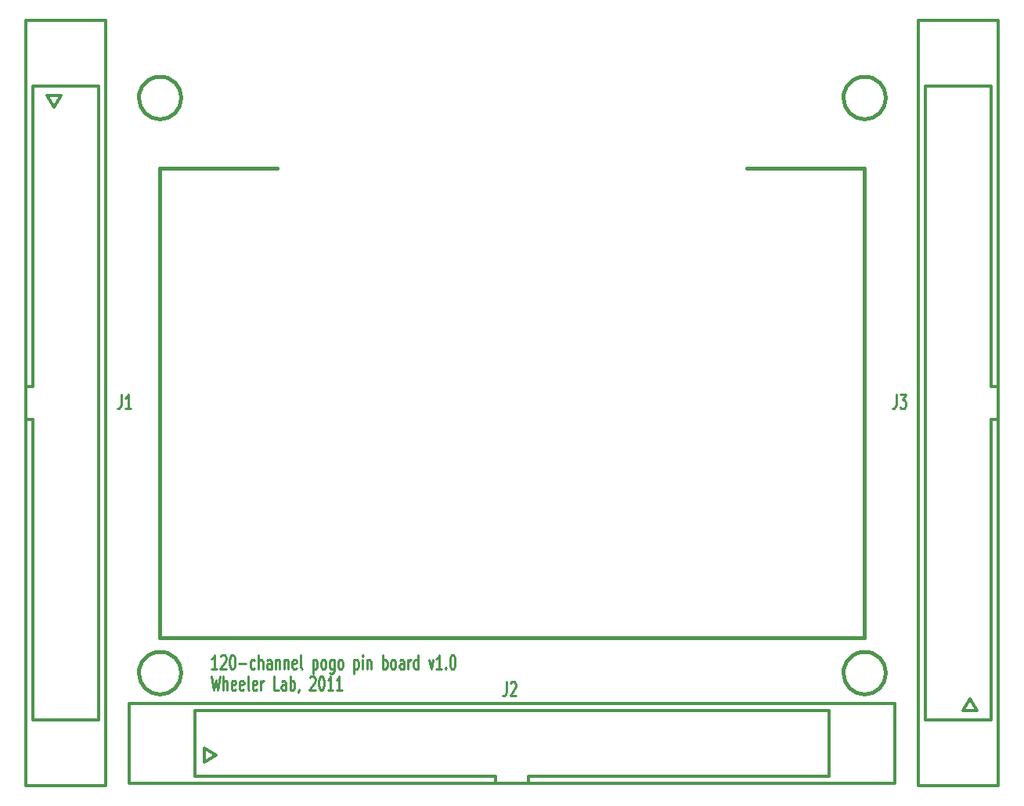
<source format=gto>
G04 (created by PCBNEW-RS274X (2011-04-29 BZR 2986)-stable) date 11/21/2011 11:54:47 AM*
G01*
G70*
G90*
%MOIN*%
G04 Gerber Fmt 3.4, Leading zero omitted, Abs format*
%FSLAX34Y34*%
G04 APERTURE LIST*
%ADD10C,0.006000*%
%ADD11C,0.010000*%
%ADD12C,0.015000*%
%ADD13C,0.012000*%
G04 APERTURE END LIST*
G54D10*
G54D11*
X15218Y-37643D02*
X15313Y-38243D01*
X15390Y-37814D01*
X15466Y-38243D01*
X15561Y-37643D01*
X15713Y-38243D02*
X15713Y-37643D01*
X15885Y-38243D02*
X15885Y-37929D01*
X15866Y-37871D01*
X15828Y-37843D01*
X15770Y-37843D01*
X15732Y-37871D01*
X15713Y-37900D01*
X16228Y-38214D02*
X16190Y-38243D01*
X16113Y-38243D01*
X16075Y-38214D01*
X16056Y-38157D01*
X16056Y-37929D01*
X16075Y-37871D01*
X16113Y-37843D01*
X16190Y-37843D01*
X16228Y-37871D01*
X16247Y-37929D01*
X16247Y-37986D01*
X16056Y-38043D01*
X16571Y-38214D02*
X16533Y-38243D01*
X16456Y-38243D01*
X16418Y-38214D01*
X16399Y-38157D01*
X16399Y-37929D01*
X16418Y-37871D01*
X16456Y-37843D01*
X16533Y-37843D01*
X16571Y-37871D01*
X16590Y-37929D01*
X16590Y-37986D01*
X16399Y-38043D01*
X16818Y-38243D02*
X16780Y-38214D01*
X16761Y-38157D01*
X16761Y-37643D01*
X17124Y-38214D02*
X17086Y-38243D01*
X17009Y-38243D01*
X16971Y-38214D01*
X16952Y-38157D01*
X16952Y-37929D01*
X16971Y-37871D01*
X17009Y-37843D01*
X17086Y-37843D01*
X17124Y-37871D01*
X17143Y-37929D01*
X17143Y-37986D01*
X16952Y-38043D01*
X17314Y-38243D02*
X17314Y-37843D01*
X17314Y-37957D02*
X17333Y-37900D01*
X17352Y-37871D01*
X17390Y-37843D01*
X17429Y-37843D01*
X18058Y-38243D02*
X17867Y-38243D01*
X17867Y-37643D01*
X18363Y-38243D02*
X18363Y-37929D01*
X18344Y-37871D01*
X18306Y-37843D01*
X18229Y-37843D01*
X18191Y-37871D01*
X18363Y-38214D02*
X18325Y-38243D01*
X18229Y-38243D01*
X18191Y-38214D01*
X18172Y-38157D01*
X18172Y-38100D01*
X18191Y-38043D01*
X18229Y-38014D01*
X18325Y-38014D01*
X18363Y-37986D01*
X18553Y-38243D02*
X18553Y-37643D01*
X18553Y-37871D02*
X18591Y-37843D01*
X18668Y-37843D01*
X18706Y-37871D01*
X18725Y-37900D01*
X18744Y-37957D01*
X18744Y-38129D01*
X18725Y-38186D01*
X18706Y-38214D01*
X18668Y-38243D01*
X18591Y-38243D01*
X18553Y-38214D01*
X18934Y-38214D02*
X18934Y-38243D01*
X18915Y-38300D01*
X18896Y-38329D01*
X19391Y-37700D02*
X19410Y-37671D01*
X19448Y-37643D01*
X19544Y-37643D01*
X19582Y-37671D01*
X19601Y-37700D01*
X19620Y-37757D01*
X19620Y-37814D01*
X19601Y-37900D01*
X19372Y-38243D01*
X19620Y-38243D01*
X19867Y-37643D02*
X19906Y-37643D01*
X19944Y-37671D01*
X19963Y-37700D01*
X19982Y-37757D01*
X20001Y-37871D01*
X20001Y-38014D01*
X19982Y-38129D01*
X19963Y-38186D01*
X19944Y-38214D01*
X19906Y-38243D01*
X19867Y-38243D01*
X19829Y-38214D01*
X19810Y-38186D01*
X19791Y-38129D01*
X19772Y-38014D01*
X19772Y-37871D01*
X19791Y-37757D01*
X19810Y-37700D01*
X19829Y-37671D01*
X19867Y-37643D01*
X20382Y-38243D02*
X20153Y-38243D01*
X20267Y-38243D02*
X20267Y-37643D01*
X20229Y-37729D01*
X20191Y-37786D01*
X20153Y-37814D01*
X20763Y-38243D02*
X20534Y-38243D01*
X20648Y-38243D02*
X20648Y-37643D01*
X20610Y-37729D01*
X20572Y-37786D01*
X20534Y-37814D01*
X15447Y-37343D02*
X15218Y-37343D01*
X15332Y-37343D02*
X15332Y-36743D01*
X15294Y-36829D01*
X15256Y-36886D01*
X15218Y-36914D01*
X15599Y-36800D02*
X15618Y-36771D01*
X15656Y-36743D01*
X15752Y-36743D01*
X15790Y-36771D01*
X15809Y-36800D01*
X15828Y-36857D01*
X15828Y-36914D01*
X15809Y-37000D01*
X15580Y-37343D01*
X15828Y-37343D01*
X16075Y-36743D02*
X16114Y-36743D01*
X16152Y-36771D01*
X16171Y-36800D01*
X16190Y-36857D01*
X16209Y-36971D01*
X16209Y-37114D01*
X16190Y-37229D01*
X16171Y-37286D01*
X16152Y-37314D01*
X16114Y-37343D01*
X16075Y-37343D01*
X16037Y-37314D01*
X16018Y-37286D01*
X15999Y-37229D01*
X15980Y-37114D01*
X15980Y-36971D01*
X15999Y-36857D01*
X16018Y-36800D01*
X16037Y-36771D01*
X16075Y-36743D01*
X16380Y-37114D02*
X16685Y-37114D01*
X17047Y-37314D02*
X17009Y-37343D01*
X16932Y-37343D01*
X16894Y-37314D01*
X16875Y-37286D01*
X16856Y-37229D01*
X16856Y-37057D01*
X16875Y-37000D01*
X16894Y-36971D01*
X16932Y-36943D01*
X17009Y-36943D01*
X17047Y-36971D01*
X17218Y-37343D02*
X17218Y-36743D01*
X17390Y-37343D02*
X17390Y-37029D01*
X17371Y-36971D01*
X17333Y-36943D01*
X17275Y-36943D01*
X17237Y-36971D01*
X17218Y-37000D01*
X17752Y-37343D02*
X17752Y-37029D01*
X17733Y-36971D01*
X17695Y-36943D01*
X17618Y-36943D01*
X17580Y-36971D01*
X17752Y-37314D02*
X17714Y-37343D01*
X17618Y-37343D01*
X17580Y-37314D01*
X17561Y-37257D01*
X17561Y-37200D01*
X17580Y-37143D01*
X17618Y-37114D01*
X17714Y-37114D01*
X17752Y-37086D01*
X17942Y-36943D02*
X17942Y-37343D01*
X17942Y-37000D02*
X17961Y-36971D01*
X17999Y-36943D01*
X18057Y-36943D01*
X18095Y-36971D01*
X18114Y-37029D01*
X18114Y-37343D01*
X18304Y-36943D02*
X18304Y-37343D01*
X18304Y-37000D02*
X18323Y-36971D01*
X18361Y-36943D01*
X18419Y-36943D01*
X18457Y-36971D01*
X18476Y-37029D01*
X18476Y-37343D01*
X18819Y-37314D02*
X18781Y-37343D01*
X18704Y-37343D01*
X18666Y-37314D01*
X18647Y-37257D01*
X18647Y-37029D01*
X18666Y-36971D01*
X18704Y-36943D01*
X18781Y-36943D01*
X18819Y-36971D01*
X18838Y-37029D01*
X18838Y-37086D01*
X18647Y-37143D01*
X19066Y-37343D02*
X19028Y-37314D01*
X19009Y-37257D01*
X19009Y-36743D01*
X19524Y-36943D02*
X19524Y-37543D01*
X19524Y-36971D02*
X19562Y-36943D01*
X19639Y-36943D01*
X19677Y-36971D01*
X19696Y-37000D01*
X19715Y-37057D01*
X19715Y-37229D01*
X19696Y-37286D01*
X19677Y-37314D01*
X19639Y-37343D01*
X19562Y-37343D01*
X19524Y-37314D01*
X19943Y-37343D02*
X19905Y-37314D01*
X19886Y-37286D01*
X19867Y-37229D01*
X19867Y-37057D01*
X19886Y-37000D01*
X19905Y-36971D01*
X19943Y-36943D01*
X20001Y-36943D01*
X20039Y-36971D01*
X20058Y-37000D01*
X20077Y-37057D01*
X20077Y-37229D01*
X20058Y-37286D01*
X20039Y-37314D01*
X20001Y-37343D01*
X19943Y-37343D01*
X20420Y-36943D02*
X20420Y-37429D01*
X20401Y-37486D01*
X20382Y-37514D01*
X20343Y-37543D01*
X20286Y-37543D01*
X20248Y-37514D01*
X20420Y-37314D02*
X20382Y-37343D01*
X20305Y-37343D01*
X20267Y-37314D01*
X20248Y-37286D01*
X20229Y-37229D01*
X20229Y-37057D01*
X20248Y-37000D01*
X20267Y-36971D01*
X20305Y-36943D01*
X20382Y-36943D01*
X20420Y-36971D01*
X20667Y-37343D02*
X20629Y-37314D01*
X20610Y-37286D01*
X20591Y-37229D01*
X20591Y-37057D01*
X20610Y-37000D01*
X20629Y-36971D01*
X20667Y-36943D01*
X20725Y-36943D01*
X20763Y-36971D01*
X20782Y-37000D01*
X20801Y-37057D01*
X20801Y-37229D01*
X20782Y-37286D01*
X20763Y-37314D01*
X20725Y-37343D01*
X20667Y-37343D01*
X21277Y-36943D02*
X21277Y-37543D01*
X21277Y-36971D02*
X21315Y-36943D01*
X21392Y-36943D01*
X21430Y-36971D01*
X21449Y-37000D01*
X21468Y-37057D01*
X21468Y-37229D01*
X21449Y-37286D01*
X21430Y-37314D01*
X21392Y-37343D01*
X21315Y-37343D01*
X21277Y-37314D01*
X21639Y-37343D02*
X21639Y-36943D01*
X21639Y-36743D02*
X21620Y-36771D01*
X21639Y-36800D01*
X21658Y-36771D01*
X21639Y-36743D01*
X21639Y-36800D01*
X21829Y-36943D02*
X21829Y-37343D01*
X21829Y-37000D02*
X21848Y-36971D01*
X21886Y-36943D01*
X21944Y-36943D01*
X21982Y-36971D01*
X22001Y-37029D01*
X22001Y-37343D01*
X22496Y-37343D02*
X22496Y-36743D01*
X22496Y-36971D02*
X22534Y-36943D01*
X22611Y-36943D01*
X22649Y-36971D01*
X22668Y-37000D01*
X22687Y-37057D01*
X22687Y-37229D01*
X22668Y-37286D01*
X22649Y-37314D01*
X22611Y-37343D01*
X22534Y-37343D01*
X22496Y-37314D01*
X22915Y-37343D02*
X22877Y-37314D01*
X22858Y-37286D01*
X22839Y-37229D01*
X22839Y-37057D01*
X22858Y-37000D01*
X22877Y-36971D01*
X22915Y-36943D01*
X22973Y-36943D01*
X23011Y-36971D01*
X23030Y-37000D01*
X23049Y-37057D01*
X23049Y-37229D01*
X23030Y-37286D01*
X23011Y-37314D01*
X22973Y-37343D01*
X22915Y-37343D01*
X23392Y-37343D02*
X23392Y-37029D01*
X23373Y-36971D01*
X23335Y-36943D01*
X23258Y-36943D01*
X23220Y-36971D01*
X23392Y-37314D02*
X23354Y-37343D01*
X23258Y-37343D01*
X23220Y-37314D01*
X23201Y-37257D01*
X23201Y-37200D01*
X23220Y-37143D01*
X23258Y-37114D01*
X23354Y-37114D01*
X23392Y-37086D01*
X23582Y-37343D02*
X23582Y-36943D01*
X23582Y-37057D02*
X23601Y-37000D01*
X23620Y-36971D01*
X23658Y-36943D01*
X23697Y-36943D01*
X24002Y-37343D02*
X24002Y-36743D01*
X24002Y-37314D02*
X23964Y-37343D01*
X23887Y-37343D01*
X23849Y-37314D01*
X23830Y-37286D01*
X23811Y-37229D01*
X23811Y-37057D01*
X23830Y-37000D01*
X23849Y-36971D01*
X23887Y-36943D01*
X23964Y-36943D01*
X24002Y-36971D01*
X24459Y-36943D02*
X24554Y-37343D01*
X24650Y-36943D01*
X25012Y-37343D02*
X24783Y-37343D01*
X24897Y-37343D02*
X24897Y-36743D01*
X24859Y-36829D01*
X24821Y-36886D01*
X24783Y-36914D01*
X25183Y-37286D02*
X25202Y-37314D01*
X25183Y-37343D01*
X25164Y-37314D01*
X25183Y-37286D01*
X25183Y-37343D01*
X25449Y-36743D02*
X25488Y-36743D01*
X25526Y-36771D01*
X25545Y-36800D01*
X25564Y-36857D01*
X25583Y-36971D01*
X25583Y-37114D01*
X25564Y-37229D01*
X25545Y-37286D01*
X25526Y-37314D01*
X25488Y-37343D01*
X25449Y-37343D01*
X25411Y-37314D01*
X25392Y-37286D01*
X25373Y-37229D01*
X25354Y-37114D01*
X25354Y-36971D01*
X25373Y-36857D01*
X25392Y-36800D01*
X25411Y-36771D01*
X25449Y-36743D01*
G54D12*
X38000Y-16000D02*
X43000Y-16000D01*
X13000Y-16000D02*
X18000Y-16000D01*
X13000Y-36000D02*
X13000Y-16000D01*
X43000Y-36000D02*
X13000Y-36000D01*
X43000Y-16000D02*
X43000Y-36000D01*
X13900Y-37500D02*
X13882Y-37674D01*
X13832Y-37842D01*
X13749Y-37998D01*
X13638Y-38134D01*
X13503Y-38246D01*
X13348Y-38329D01*
X13180Y-38381D01*
X13006Y-38399D01*
X12832Y-38384D01*
X12663Y-38334D01*
X12508Y-38253D01*
X12371Y-38143D01*
X12258Y-38008D01*
X12173Y-37854D01*
X12120Y-37687D01*
X12101Y-37512D01*
X12115Y-37338D01*
X12164Y-37169D01*
X12244Y-37013D01*
X12353Y-36875D01*
X12487Y-36761D01*
X12640Y-36676D01*
X12807Y-36621D01*
X12982Y-36601D01*
X13156Y-36614D01*
X13325Y-36661D01*
X13482Y-36741D01*
X13620Y-36849D01*
X13735Y-36982D01*
X13822Y-37134D01*
X13877Y-37301D01*
X13899Y-37475D01*
X13900Y-37500D01*
X43900Y-37500D02*
X43882Y-37674D01*
X43832Y-37842D01*
X43749Y-37998D01*
X43638Y-38134D01*
X43503Y-38246D01*
X43348Y-38329D01*
X43180Y-38381D01*
X43006Y-38399D01*
X42832Y-38384D01*
X42663Y-38334D01*
X42508Y-38253D01*
X42371Y-38143D01*
X42258Y-38008D01*
X42173Y-37854D01*
X42120Y-37687D01*
X42101Y-37512D01*
X42115Y-37338D01*
X42164Y-37169D01*
X42244Y-37013D01*
X42353Y-36875D01*
X42487Y-36761D01*
X42640Y-36676D01*
X42807Y-36621D01*
X42982Y-36601D01*
X43156Y-36614D01*
X43325Y-36661D01*
X43482Y-36741D01*
X43620Y-36849D01*
X43735Y-36982D01*
X43822Y-37134D01*
X43877Y-37301D01*
X43899Y-37475D01*
X43900Y-37500D01*
X13900Y-13000D02*
X13882Y-13174D01*
X13832Y-13342D01*
X13749Y-13498D01*
X13638Y-13634D01*
X13503Y-13746D01*
X13348Y-13829D01*
X13180Y-13881D01*
X13006Y-13899D01*
X12832Y-13884D01*
X12663Y-13834D01*
X12508Y-13753D01*
X12371Y-13643D01*
X12258Y-13508D01*
X12173Y-13354D01*
X12120Y-13187D01*
X12101Y-13012D01*
X12115Y-12838D01*
X12164Y-12669D01*
X12244Y-12513D01*
X12353Y-12375D01*
X12487Y-12261D01*
X12640Y-12176D01*
X12807Y-12121D01*
X12982Y-12101D01*
X13156Y-12114D01*
X13325Y-12161D01*
X13482Y-12241D01*
X13620Y-12349D01*
X13735Y-12482D01*
X13822Y-12634D01*
X13877Y-12801D01*
X13899Y-12975D01*
X13900Y-13000D01*
G54D13*
X08500Y-13400D02*
X08800Y-12900D01*
X08800Y-12900D02*
X08200Y-12900D01*
X08200Y-12900D02*
X08500Y-13400D01*
X10700Y-09700D02*
X07300Y-09700D01*
X07300Y-09700D02*
X07300Y-42300D01*
X07300Y-42300D02*
X10700Y-42300D01*
X10700Y-42300D02*
X10700Y-09700D01*
X07300Y-25300D02*
X07600Y-25300D01*
X07600Y-25300D02*
X07600Y-12500D01*
X07600Y-12500D02*
X10400Y-12500D01*
X10400Y-12500D02*
X10400Y-39500D01*
X10400Y-39500D02*
X07600Y-39500D01*
X07600Y-39500D02*
X07600Y-26700D01*
X07600Y-26700D02*
X07300Y-26700D01*
X15400Y-41000D02*
X14900Y-40700D01*
X14900Y-40700D02*
X14900Y-41300D01*
X14900Y-41300D02*
X15400Y-41000D01*
X11700Y-38800D02*
X11700Y-42200D01*
X11700Y-42200D02*
X44300Y-42200D01*
X44300Y-42200D02*
X44300Y-38800D01*
X44300Y-38800D02*
X11700Y-38800D01*
X27300Y-42200D02*
X27300Y-41900D01*
X27300Y-41900D02*
X14500Y-41900D01*
X14500Y-41900D02*
X14500Y-39100D01*
X14500Y-39100D02*
X41500Y-39100D01*
X41500Y-39100D02*
X41500Y-41900D01*
X41500Y-41900D02*
X28700Y-41900D01*
X28700Y-41900D02*
X28700Y-42200D01*
X47500Y-38600D02*
X47200Y-39100D01*
X47200Y-39100D02*
X47800Y-39100D01*
X47800Y-39100D02*
X47500Y-38600D01*
X45300Y-42300D02*
X48700Y-42300D01*
X48700Y-42300D02*
X48700Y-09700D01*
X48700Y-09700D02*
X45300Y-09700D01*
X45300Y-09700D02*
X45300Y-42300D01*
X48700Y-26700D02*
X48400Y-26700D01*
X48400Y-26700D02*
X48400Y-39500D01*
X48400Y-39500D02*
X45600Y-39500D01*
X45600Y-39500D02*
X45600Y-12500D01*
X45600Y-12500D02*
X48400Y-12500D01*
X48400Y-12500D02*
X48400Y-25300D01*
X48400Y-25300D02*
X48700Y-25300D01*
G54D12*
X43900Y-13000D02*
X43882Y-13174D01*
X43832Y-13342D01*
X43749Y-13498D01*
X43638Y-13634D01*
X43503Y-13746D01*
X43348Y-13829D01*
X43180Y-13881D01*
X43006Y-13899D01*
X42832Y-13884D01*
X42663Y-13834D01*
X42508Y-13753D01*
X42371Y-13643D01*
X42258Y-13508D01*
X42173Y-13354D01*
X42120Y-13187D01*
X42101Y-13012D01*
X42115Y-12838D01*
X42164Y-12669D01*
X42244Y-12513D01*
X42353Y-12375D01*
X42487Y-12261D01*
X42640Y-12176D01*
X42807Y-12121D01*
X42982Y-12101D01*
X43156Y-12114D01*
X43325Y-12161D01*
X43482Y-12241D01*
X43620Y-12349D01*
X43735Y-12482D01*
X43822Y-12634D01*
X43877Y-12801D01*
X43899Y-12975D01*
X43900Y-13000D01*
G54D11*
X11367Y-25643D02*
X11367Y-26071D01*
X11347Y-26157D01*
X11309Y-26214D01*
X11252Y-26243D01*
X11214Y-26243D01*
X11767Y-26243D02*
X11538Y-26243D01*
X11652Y-26243D02*
X11652Y-25643D01*
X11614Y-25729D01*
X11576Y-25786D01*
X11538Y-25814D01*
X27767Y-37893D02*
X27767Y-38321D01*
X27747Y-38407D01*
X27709Y-38464D01*
X27652Y-38493D01*
X27614Y-38493D01*
X27938Y-37950D02*
X27957Y-37921D01*
X27995Y-37893D01*
X28091Y-37893D01*
X28129Y-37921D01*
X28148Y-37950D01*
X28167Y-38007D01*
X28167Y-38064D01*
X28148Y-38150D01*
X27919Y-38493D01*
X28167Y-38493D01*
X44367Y-25643D02*
X44367Y-26071D01*
X44347Y-26157D01*
X44309Y-26214D01*
X44252Y-26243D01*
X44214Y-26243D01*
X44519Y-25643D02*
X44767Y-25643D01*
X44633Y-25871D01*
X44691Y-25871D01*
X44729Y-25900D01*
X44748Y-25929D01*
X44767Y-25986D01*
X44767Y-26129D01*
X44748Y-26186D01*
X44729Y-26214D01*
X44691Y-26243D01*
X44576Y-26243D01*
X44538Y-26214D01*
X44519Y-26186D01*
M02*

</source>
